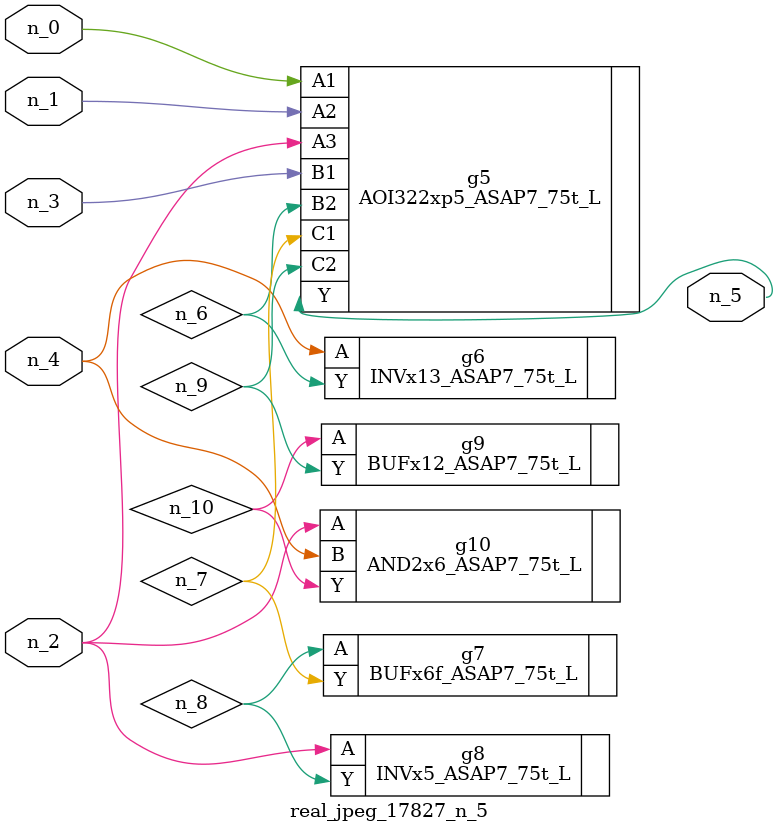
<source format=v>
module real_jpeg_17827_n_5 (n_4, n_0, n_1, n_2, n_3, n_5);

input n_4;
input n_0;
input n_1;
input n_2;
input n_3;

output n_5;

wire n_8;
wire n_6;
wire n_7;
wire n_10;
wire n_9;

AOI322xp5_ASAP7_75t_L g5 ( 
.A1(n_0),
.A2(n_1),
.A3(n_2),
.B1(n_3),
.B2(n_6),
.C1(n_7),
.C2(n_9),
.Y(n_5)
);

INVx5_ASAP7_75t_L g8 ( 
.A(n_2),
.Y(n_8)
);

AND2x6_ASAP7_75t_L g10 ( 
.A(n_2),
.B(n_4),
.Y(n_10)
);

INVx13_ASAP7_75t_L g6 ( 
.A(n_4),
.Y(n_6)
);

BUFx6f_ASAP7_75t_L g7 ( 
.A(n_8),
.Y(n_7)
);

BUFx12_ASAP7_75t_L g9 ( 
.A(n_10),
.Y(n_9)
);


endmodule
</source>
